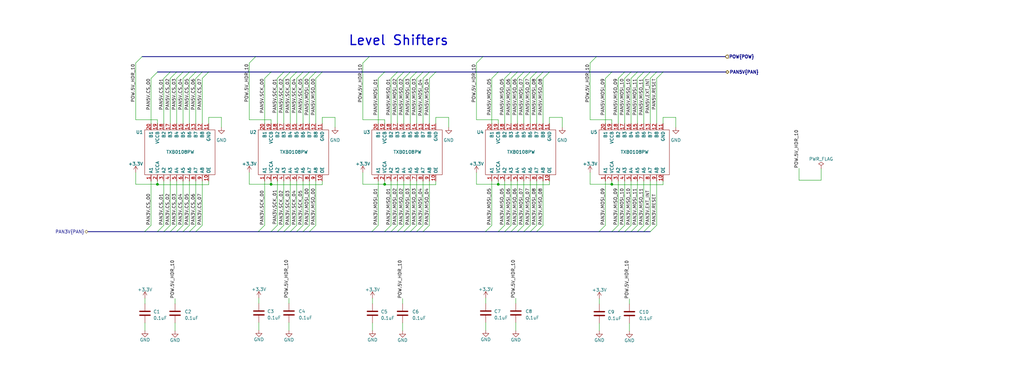
<source format=kicad_sch>
(kicad_sch (version 20250114) (generator "eeschema") (generator_version "9.0")
  (paper "User" 406.4 152.4)
  (title_block (title "12-12 NI G4.1 Arena Modular LED Display") (date "2024-10-08") (rev "v7.1") (company "IORodeo for Reiserlab @ Janelia"))
  (lib_symbols
    (symbol "Device:C" (pin_numbers (hide yes)) (pin_names (offset 0.254))
      (property "Reference" "C" (at 0.635 2.54 0))
      (property "Value" "C" (at 0.635 -2.54 0))
      (symbol "C_0_1"
        (polyline (pts (xy -2.032 0.762) (xy 2.032 0.762)) (stroke (width 0.508)))
        (polyline (pts (xy -2.032 -0.762) (xy 2.032 -0.762)) (stroke (width 0.508)))
      )
      (symbol "C_1_1"
        (pin passive line (at 0 3.81 270) (length 2.794) (name "~") (number "1"))
        (pin passive line (at 0 -3.81 90) (length 2.794) (name "~") (number "2"))
      )
    )
    (symbol "TXB0108:TXB0108PW"
      (property "Reference" "U" (at -6.35 15.24 0))
      (property "Value" "TXB0108PW" (at 0 -15.24 0))
      (symbol "TXB0108PW_0_1"
        (rectangle (start -8.89 13.97) (end 8.89 -13.97))
      )
      (symbol "TXB0108PW_1_1"
        (pin bidirectional line (at -11.43 11.43 0) (length 2.54) (name "A1") (number "1"))
        (pin power_in line (at -11.43 8.89 0) (length 2.54) (name "VCCA") (number "2"))
        (pin bidirectional line (at -11.43 6.35 0) (length 2.54) (name "A2") (number "3"))
        (pin bidirectional line (at -11.43 3.81 0) (length 2.54) (name "A3") (number "4"))
        (pin bidirectional line (at -11.43 1.27 0) (length 2.54) (name "A4") (number "5"))
        (pin bidirectional line (at -11.43 -1.27 0) (length 2.54) (name "A5") (number "6"))
        (pin bidirectional line (at -11.43 -3.81 0) (length 2.54) (name "A6") (number "7"))
        (pin bidirectional line (at -11.43 -6.35 0) (length 2.54) (name "A7") (number "8"))
        (pin bidirectional line (at -11.43 -8.89 0) (length 2.54) (name "A8") (number "9"))
        (pin input line (at -11.43 -11.43 0) (length 2.54) (name "OE") (number "10"))
        (pin bidirectional line (at 11.43 11.43 180) (length 2.54) (name "B1") (number "20"))
        (pin power_in line (at 11.43 8.89 180) (length 2.54) (name "VCCB") (number "19"))
        (pin bidirectional line (at 11.43 6.35 180) (length 2.54) (name "B2") (number "18"))
        (pin bidirectional line (at 11.43 3.81 180) (length 2.54) (name "B3") (number "17"))
        (pin bidirectional line (at 11.43 1.27 180) (length 2.54) (name "B4") (number "16"))
        (pin bidirectional line (at 11.43 -1.27 180) (length 2.54) (name "B5") (number "15"))
        (pin bidirectional line (at 11.43 -3.81 180) (length 2.54) (name "B6") (number "14"))
        (pin bidirectional line (at 11.43 -6.35 180) (length 2.54) (name "B7") (number "13"))
        (pin bidirectional line (at 11.43 -8.89 180) (length 2.54) (name "B8") (number "12"))
        (pin power_in line (at 11.43 -11.43 180) (length 2.54) (name "GND") (number "11"))
      )
    )
    (symbol "power:+3.3V" (power) (pin_names (offset 0))
      (property "Value" "+3.3V" (at 0 3.556 0))
      (symbol "+3.3V_0_1"
        (polyline (pts (xy -0.762 1.27) (xy 0 2.54)))
        (polyline (pts (xy 0 2.54) (xy 0.762 1.27)))
        (polyline (pts (xy 0 0) (xy 0 2.54)))
      )
      (symbol "+3.3V_1_1"
        (pin power_in line (at 0 0 90) (length 0) (hide yes) (name "+3.3V") (number "1"))
      )
    )
    (symbol "power:GND" (power) (pin_names (offset 0))
      (property "Value" "GND" (at 0 -3.81 0))
      (symbol "GND_0_1"
        (polyline (pts (xy 0 0) (xy 0 -1.27) (xy 1.27 -1.27) (xy 0 -2.54) (xy -1.27 -1.27) (xy 0 -1.27)))
      )
      (symbol "GND_1_1"
        (pin power_in line (at 0 0 270) (length 0) (hide yes) (name "GND") (number "1"))
      )
    )
    (symbol "power:PWR_FLAG" (power) (pin_numbers (hide yes)) (pin_names (offset 0) (hide yes))
      (property "Value" "PWR_FLAG" (at 0 3.81 0))
      (symbol "PWR_FLAG_0_0"
        (pin power_out line (at 0 0 90) (length 0) (name "pwr") (number "1"))
      )
      (symbol "PWR_FLAG_0_1"
        (polyline (pts (xy 0 0) (xy 0 1.27) (xy -1.016 1.905) (xy 0 2.54) (xy 1.016 1.905) (xy 0 1.27)))
      )
    )
  )
  (text "Level Shifters" (at 138.176 18.415 0) (effects (font (size 3.81 3.81) (thickness 0.508) (bold yes)) (justify left bottom)))
  (junction (at 107.569 73.152))
  (junction (at 62.484 73.152))
  (junction (at 152.654 73.152))
  (junction (at 197.739 73.152))
  (junction (at 242.824 73.152))
  (bus_entry (at 207.899 31.115) (size 2.54 -2.54))
  (bus_entry (at 195.199 31.115) (size 2.54 -2.54))
  (bus_entry (at 77.724 31.115) (size 2.54 -2.54))
  (bus_entry (at 105.029 31.115) (size 2.54 -2.54))
  (bus_entry (at 80.264 89.408) (size -2.54 2.54))
  (bus_entry (at 167.894 31.115) (size 2.54 -2.54))
  (bus_entry (at 67.564 89.408) (size -2.54 2.54))
  (bus_entry (at 252.984 89.408) (size -2.54 2.54))
  (bus_entry (at 160.274 31.115) (size 2.54 -2.54))
  (bus_entry (at 252.984 31.115) (size 2.54 -2.54))
  (bus_entry (at 70.104 31.115) (size 2.54 -2.54))
  (bus_entry (at 122.809 31.115) (size 2.54 -2.54))
  (bus_entry (at 53.848 25.019) (size 2.54 -2.54))
  (bus_entry (at 155.194 89.408) (size -2.54 2.54))
  (bus_entry (at 162.814 31.115) (size 2.54 -2.54))
  (bus_entry (at 165.354 89.408) (size -2.54 2.54))
  (bus_entry (at 215.519 31.115) (size 2.54 -2.54))
  (bus_entry (at 65.024 31.115) (size 2.54 -2.54))
  (bus_entry (at 72.644 89.408) (size -2.54 2.54))
  (bus_entry (at 245.364 31.115) (size 2.54 -2.54))
  (bus_entry (at 258.064 89.408) (size -2.54 2.54))
  (bus_entry (at 150.114 31.115) (size 2.54 -2.54))
  (bus_entry (at 205.359 31.115) (size 2.54 -2.54))
  (bus_entry (at 210.439 31.115) (size 2.54 -2.54))
  (bus_entry (at 215.519 89.408) (size -2.54 2.54))
  (bus_entry (at 200.279 89.408) (size -2.54 2.54))
  (bus_entry (at 255.524 31.115) (size 2.54 -2.54))
  (bus_entry (at 212.979 31.115) (size 2.54 -2.54))
  (bus_entry (at 150.114 89.408) (size -2.54 2.54))
  (bus_entry (at 202.819 31.115) (size 2.54 -2.54))
  (bus_entry (at 98.933 25.019) (size 2.54 -2.54))
  (bus_entry (at 120.269 31.115) (size 2.54 -2.54))
  (bus_entry (at 170.434 31.115) (size 2.54 -2.54))
  (bus_entry (at 260.604 31.115) (size 2.54 -2.54))
  (bus_entry (at 110.109 89.408) (size -2.54 2.54))
  (bus_entry (at 250.444 31.115) (size 2.54 -2.54))
  (bus_entry (at 205.359 89.408) (size -2.54 2.54))
  (bus_entry (at 260.604 89.408) (size -2.54 2.54))
  (bus_entry (at 202.819 89.408) (size -2.54 2.54))
  (bus_entry (at 165.354 31.115) (size 2.54 -2.54))
  (bus_entry (at 234.188 25.019) (size 2.54 -2.54))
  (bus_entry (at 125.349 31.115) (size 2.54 -2.54))
  (bus_entry (at 75.184 89.408) (size -2.54 2.54))
  (bus_entry (at 240.284 31.115) (size 2.54 -2.54))
  (bus_entry (at 59.944 89.408) (size -2.54 2.54))
  (bus_entry (at 250.444 89.408) (size -2.54 2.54))
  (bus_entry (at 200.279 31.115) (size 2.54 -2.54))
  (bus_entry (at 167.894 89.408) (size -2.54 2.54))
  (bus_entry (at 59.944 31.115) (size 2.54 -2.54))
  (bus_entry (at 117.729 31.115) (size 2.54 -2.54))
  (bus_entry (at 144.018 25.019) (size 2.54 -2.54))
  (bus_entry (at 212.979 89.408) (size -2.54 2.54))
  (bus_entry (at 105.029 89.408) (size -2.54 2.54))
  (bus_entry (at 70.104 89.408) (size -2.54 2.54))
  (bus_entry (at 75.184 31.115) (size 2.54 -2.54))
  (bus_entry (at 77.724 89.408) (size -2.54 2.54))
  (bus_entry (at 207.899 89.408) (size -2.54 2.54))
  (bus_entry (at 115.189 89.408) (size -2.54 2.54))
  (bus_entry (at 247.904 31.115) (size 2.54 -2.54))
  (bus_entry (at 245.364 89.408) (size -2.54 2.54))
  (bus_entry (at 80.264 31.115) (size 2.54 -2.54))
  (bus_entry (at 240.284 89.408) (size -2.54 2.54))
  (bus_entry (at 189.103 25.019) (size 2.54 -2.54))
  (bus_entry (at 112.649 89.408) (size -2.54 2.54))
  (bus_entry (at 67.564 31.115) (size 2.54 -2.54))
  (bus_entry (at 162.814 89.408) (size -2.54 2.54))
  (bus_entry (at 112.649 31.115) (size 2.54 -2.54))
  (bus_entry (at 255.524 89.408) (size -2.54 2.54))
  (bus_entry (at 72.644 31.115) (size 2.54 -2.54))
  (bus_entry (at 155.194 31.115) (size 2.54 -2.54))
  (bus_entry (at 258.064 31.115) (size 2.54 -2.54))
  (bus_entry (at 122.809 89.408) (size -2.54 2.54))
  (bus_entry (at 195.199 89.408) (size -2.54 2.54))
  (bus_entry (at 117.729 89.408) (size -2.54 2.54))
  (bus_entry (at 210.439 89.408) (size -2.54 2.54))
  (bus_entry (at 160.274 89.408) (size -2.54 2.54))
  (bus_entry (at 157.734 31.115) (size 2.54 -2.54))
  (bus_entry (at 125.349 89.408) (size -2.54 2.54))
  (bus_entry (at 157.734 89.408) (size -2.54 2.54))
  (bus_entry (at 115.189 31.115) (size 2.54 -2.54))
  (bus_entry (at 247.904 89.408) (size -2.54 2.54))
  (bus_entry (at 120.269 89.408) (size -2.54 2.54))
  (bus_entry (at 65.024 89.408) (size -2.54 2.54))
  (bus_entry (at 170.434 89.408) (size -2.54 2.54))
  (bus_entry (at 110.109 31.115) (size 2.54 -2.54))
  (bus (pts (xy 170.434 28.575) (xy 172.974 28.575)))
  (bus (pts (xy 218.059 28.575) (xy 242.824 28.575)))
  (bus (pts (xy 191.643 22.479) (xy 236.728 22.479)))
  (bus (pts (xy 157.734 28.575) (xy 160.274 28.575)))
  (bus (pts (xy 62.484 91.948) (xy 65.024 91.948)))
  (wire (pts (xy 200.279 71.882) (xy 200.279 89.408)))
  (bus (pts (xy 152.654 91.948) (xy 155.194 91.948)))
  (wire (pts (xy 110.109 71.882) (xy 110.109 89.408)))
  (wire (pts (xy 159.766 118.491) (xy 159.766 120.523)))
  (wire (pts (xy 240.284 71.882) (xy 240.284 89.408)))
  (wire (pts (xy 178.054 46.609) (xy 178.054 50.546)))
  (wire (pts (xy 67.564 31.115) (xy 67.564 49.022)))
  (wire (pts (xy 112.649 31.115) (xy 112.649 49.022)))
  (bus (pts (xy 212.979 91.948) (xy 237.744 91.948)))
  (bus (pts (xy 167.894 91.948) (xy 192.659 91.948)))
  (wire (pts (xy 152.654 73.152) (xy 144.018 73.152)))
  (wire (pts (xy 114.681 128.016) (xy 114.681 131.191)))
  (bus (pts (xy 260.604 28.575) (xy 263.144 28.575)))
  (bus (pts (xy 122.809 91.948) (xy 147.574 91.948)))
  (wire (pts (xy 242.824 73.152) (xy 242.824 73.279)))
  (wire (pts (xy 107.569 73.279) (xy 127.889 73.279)))
  (bus (pts (xy 237.744 91.948) (xy 242.824 91.948)))
  (bus (pts (xy 255.524 28.575) (xy 258.064 28.575)))
  (wire (pts (xy 234.188 25.019) (xy 234.188 47.498)))
  (wire (pts (xy 325.882 66.929) (xy 325.882 71.501)))
  (wire (pts (xy 114.681 118.364) (xy 114.681 120.396)))
  (wire (pts (xy 255.524 31.115) (xy 255.524 49.022)))
  (wire (pts (xy 127.889 46.609) (xy 132.969 46.609)))
  (wire (pts (xy 122.809 31.115) (xy 122.809 49.022)))
  (wire (pts (xy 125.349 31.115) (xy 125.349 49.022)))
  (wire (pts (xy 75.184 71.882) (xy 75.184 89.408)))
  (wire (pts (xy 65.024 71.882) (xy 65.024 89.408)))
  (wire (pts (xy 80.264 71.882) (xy 80.264 89.408)))
  (wire (pts (xy 197.739 73.152) (xy 197.739 73.279)))
  (wire (pts (xy 197.739 47.498) (xy 189.103 47.498)))
  (bus (pts (xy 242.824 91.948) (xy 245.364 91.948)))
  (bus (pts (xy 146.558 22.479) (xy 191.643 22.479)))
  (wire (pts (xy 53.848 25.019) (xy 53.848 47.498)))
  (wire (pts (xy 249.809 128.27) (xy 249.809 131.445)))
  (wire (pts (xy 205.359 31.115) (xy 205.359 49.022)))
  (wire (pts (xy 150.114 31.115) (xy 150.114 49.022)))
  (wire (pts (xy 215.519 71.882) (xy 215.519 89.408)))
  (bus (pts (xy 210.439 91.948) (xy 212.979 91.948)))
  (bus (pts (xy 215.519 28.575) (xy 218.059 28.575)))
  (bus (pts (xy 172.974 28.575) (xy 197.739 28.575)))
  (wire (pts (xy 77.724 31.115) (xy 77.724 49.022)))
  (bus (pts (xy 107.569 28.575) (xy 112.649 28.575)))
  (wire (pts (xy 167.894 31.115) (xy 167.894 49.022)))
  (wire (pts (xy 247.904 31.115) (xy 247.904 49.022)))
  (bus (pts (xy 207.899 91.948) (xy 210.439 91.948)))
  (wire (pts (xy 53.848 68.453) (xy 53.848 73.152)))
  (wire (pts (xy 189.103 25.019) (xy 189.103 47.498)))
  (wire (pts (xy 160.274 31.115) (xy 160.274 49.022)))
  (wire (pts (xy 218.059 71.882) (xy 218.059 73.279)))
  (wire (pts (xy 170.434 31.115) (xy 170.434 49.022)))
  (wire (pts (xy 249.809 118.618) (xy 249.809 120.65)))
  (bus (pts (xy 117.729 91.948) (xy 120.269 91.948)))
  (wire (pts (xy 82.804 49.022) (xy 82.804 46.609)))
  (wire (pts (xy 112.649 71.882) (xy 112.649 89.408)))
  (wire (pts (xy 115.189 31.115) (xy 115.189 49.022)))
  (wire (pts (xy 210.439 71.882) (xy 210.439 89.408)))
  (bus (pts (xy 200.279 91.948) (xy 202.819 91.948)))
  (bus (pts (xy 77.724 28.575) (xy 80.264 28.575)))
  (wire (pts (xy 72.644 31.115) (xy 72.644 49.022)))
  (bus (pts (xy 252.984 28.575) (xy 255.524 28.575)))
  (wire (pts (xy 167.894 71.882) (xy 167.894 89.408)))
  (wire (pts (xy 189.103 68.453) (xy 189.103 73.152)))
  (wire (pts (xy 70.104 31.115) (xy 70.104 49.022)))
  (wire (pts (xy 62.484 47.498) (xy 53.848 47.498)))
  (wire (pts (xy 160.274 71.882) (xy 160.274 89.408)))
  (bus (pts (xy 210.439 28.575) (xy 212.979 28.575)))
  (bus (pts (xy 247.904 28.575) (xy 250.444 28.575)))
  (bus (pts (xy 205.359 28.575) (xy 207.899 28.575)))
  (bus (pts (xy 250.444 91.948) (xy 252.984 91.948)))
  (wire (pts (xy 263.144 46.609) (xy 268.224 46.609)))
  (bus (pts (xy 102.489 91.948) (xy 107.569 91.948)))
  (bus (pts (xy 162.814 28.575) (xy 165.354 28.575)))
  (wire (pts (xy 260.604 71.882) (xy 260.604 89.408)))
  (wire (pts (xy 117.729 31.115) (xy 117.729 49.022)))
  (bus (pts (xy 160.274 28.575) (xy 162.814 28.575)))
  (bus (pts (xy 207.899 28.575) (xy 210.439 28.575)))
  (wire (pts (xy 98.933 68.453) (xy 98.933 73.152)))
  (wire (pts (xy 247.904 71.882) (xy 247.904 89.408)))
  (wire (pts (xy 242.824 73.152) (xy 234.188 73.152)))
  (wire (pts (xy 107.569 73.152) (xy 107.569 73.279)))
  (bus (pts (xy 82.804 28.575) (xy 107.569 28.575)))
  (bus (pts (xy 155.194 91.948) (xy 157.734 91.948)))
  (bus (pts (xy 67.564 91.948) (xy 70.104 91.948)))
  (wire (pts (xy 107.569 47.498) (xy 98.933 47.498)))
  (wire (pts (xy 197.739 73.279) (xy 218.059 73.279)))
  (wire (pts (xy 200.279 31.115) (xy 200.279 49.022)))
  (wire (pts (xy 210.439 31.115) (xy 210.439 49.022)))
  (wire (pts (xy 152.654 71.882) (xy 152.654 73.152)))
  (wire (pts (xy 205.359 71.882) (xy 205.359 89.408)))
  (wire (pts (xy 72.644 71.882) (xy 72.644 89.408)))
  (wire (pts (xy 252.984 71.882) (xy 252.984 89.408)))
  (wire (pts (xy 147.828 118.364) (xy 147.828 120.523)))
  (bus (pts (xy 167.894 28.575) (xy 170.434 28.575)))
  (bus (pts (xy 192.659 91.948) (xy 197.739 91.948)))
  (bus (pts (xy 250.444 28.575) (xy 252.984 28.575)))
  (bus (pts (xy 62.484 28.575) (xy 67.564 28.575)))
  (bus (pts (xy 202.819 28.575) (xy 205.359 28.575)))
  (wire (pts (xy 245.364 71.882) (xy 245.364 89.408)))
  (bus (pts (xy 122.809 28.575) (xy 125.349 28.575)))
  (wire (pts (xy 107.569 49.022) (xy 107.569 47.498)))
  (wire (pts (xy 152.654 47.498) (xy 144.018 47.498)))
  (bus (pts (xy 263.144 28.575) (xy 288.036 28.575)))
  (bus (pts (xy 197.739 91.948) (xy 200.279 91.948)))
  (wire (pts (xy 132.969 46.609) (xy 132.969 50.546)))
  (wire (pts (xy 223.139 46.609) (xy 223.139 50.546)))
  (bus (pts (xy 247.904 91.948) (xy 250.444 91.948)))
  (bus (pts (xy 157.734 91.948) (xy 160.274 91.948)))
  (wire (pts (xy 165.354 71.882) (xy 165.354 89.408)))
  (wire (pts (xy 172.974 71.882) (xy 172.974 73.279)))
  (bus (pts (xy 34.925 91.948) (xy 57.404 91.948)))
  (wire (pts (xy 258.064 31.115) (xy 258.064 49.022)))
  (wire (pts (xy 195.199 31.115) (xy 195.199 49.022)))
  (wire (pts (xy 65.024 31.115) (xy 65.024 49.022)))
  (wire (pts (xy 75.184 31.115) (xy 75.184 49.022)))
  (bus (pts (xy 202.819 91.948) (xy 205.359 91.948)))
  (bus (pts (xy 197.739 28.575) (xy 202.819 28.575)))
  (wire (pts (xy 62.484 71.882) (xy 62.484 73.152)))
  (wire (pts (xy 242.824 47.498) (xy 234.188 47.498)))
  (bus (pts (xy 205.359 91.948) (xy 207.899 91.948)))
  (wire (pts (xy 115.189 71.882) (xy 115.189 89.408)))
  (wire (pts (xy 237.871 118.491) (xy 237.871 120.65)))
  (wire (pts (xy 263.144 71.882) (xy 263.144 73.279)))
  (wire (pts (xy 69.469 118.491) (xy 69.469 120.523)))
  (bus (pts (xy 72.644 91.948) (xy 75.184 91.948)))
  (wire (pts (xy 157.734 31.115) (xy 157.734 49.022)))
  (wire (pts (xy 107.569 71.882) (xy 107.569 73.152)))
  (bus (pts (xy 117.729 28.575) (xy 120.269 28.575)))
  (wire (pts (xy 102.743 128.016) (xy 102.743 131.064)))
  (wire (pts (xy 172.974 46.609) (xy 178.054 46.609)))
  (wire (pts (xy 105.029 31.115) (xy 105.029 49.022)))
  (wire (pts (xy 255.524 71.882) (xy 255.524 89.408)))
  (wire (pts (xy 155.194 31.115) (xy 155.194 49.022)))
  (wire (pts (xy 82.804 71.882) (xy 82.804 73.279)))
  (wire (pts (xy 197.739 71.882) (xy 197.739 73.152)))
  (bus (pts (xy 75.184 28.575) (xy 77.724 28.575)))
  (bus (pts (xy 252.984 91.948) (xy 255.524 91.948)))
  (bus (pts (xy 115.189 28.575) (xy 117.729 28.575)))
  (wire (pts (xy 62.484 49.022) (xy 62.484 47.498)))
  (wire (pts (xy 192.786 118.237) (xy 192.786 120.396)))
  (bus (pts (xy 112.649 28.575) (xy 115.189 28.575)))
  (wire (pts (xy 62.484 73.152) (xy 62.484 73.279)))
  (wire (pts (xy 120.269 71.882) (xy 120.269 89.408)))
  (wire (pts (xy 207.899 31.115) (xy 207.899 49.022)))
  (wire (pts (xy 67.564 71.882) (xy 67.564 89.408)))
  (wire (pts (xy 268.224 46.609) (xy 268.224 50.546)))
  (wire (pts (xy 87.884 46.609) (xy 87.884 50.546)))
  (wire (pts (xy 125.349 71.882) (xy 125.349 89.408)))
  (bus (pts (xy 242.824 28.575) (xy 247.904 28.575)))
  (wire (pts (xy 80.264 31.115) (xy 80.264 49.022)))
  (wire (pts (xy 202.819 31.115) (xy 202.819 49.022)))
  (bus (pts (xy 65.024 91.948) (xy 67.564 91.948)))
  (wire (pts (xy 62.484 73.279) (xy 82.804 73.279)))
  (wire (pts (xy 150.114 71.882) (xy 150.114 89.408)))
  (bus (pts (xy 80.264 28.575) (xy 82.804 28.575)))
  (wire (pts (xy 152.654 49.022) (xy 152.654 47.498)))
  (wire (pts (xy 204.724 128.016) (xy 204.724 131.191)))
  (wire (pts (xy 263.144 49.022) (xy 263.144 46.609)))
  (wire (pts (xy 147.828 128.143) (xy 147.828 131.191)))
  (wire (pts (xy 204.724 118.364) (xy 204.724 120.396)))
  (wire (pts (xy 69.469 128.143) (xy 69.469 131.318)))
  (bus (pts (xy 120.269 28.575) (xy 122.809 28.575)))
  (wire (pts (xy 207.899 71.882) (xy 207.899 89.408)))
  (wire (pts (xy 242.824 71.882) (xy 242.824 73.152)))
  (bus (pts (xy 212.979 28.575) (xy 215.519 28.575)))
  (wire (pts (xy 117.729 71.882) (xy 117.729 89.408)))
  (wire (pts (xy 325.882 71.501) (xy 317.119 71.501)))
  (bus (pts (xy 236.728 22.479) (xy 287.782 22.479)))
  (wire (pts (xy 102.743 118.237) (xy 102.743 120.396)))
  (wire (pts (xy 252.984 31.115) (xy 252.984 49.022)))
  (wire (pts (xy 197.739 49.022) (xy 197.739 47.498)))
  (bus (pts (xy 120.269 91.948) (xy 122.809 91.948)))
  (wire (pts (xy 192.786 128.016) (xy 192.786 131.064)))
  (bus (pts (xy 67.564 28.575) (xy 70.104 28.575)))
  (wire (pts (xy 212.979 71.882) (xy 212.979 89.408)))
  (wire (pts (xy 62.484 73.152) (xy 53.848 73.152)))
  (wire (pts (xy 162.814 31.115) (xy 162.814 49.022)))
  (wire (pts (xy 234.188 68.453) (xy 234.188 73.152)))
  (bus (pts (xy 107.569 91.948) (xy 110.109 91.948)))
  (wire (pts (xy 172.974 49.022) (xy 172.974 46.609)))
  (wire (pts (xy 195.199 71.882) (xy 195.199 89.408)))
  (bus (pts (xy 165.354 28.575) (xy 167.894 28.575)))
  (wire (pts (xy 144.018 25.019) (xy 144.018 47.498)))
  (bus (pts (xy 72.644 28.575) (xy 75.184 28.575)))
  (wire (pts (xy 218.059 46.609) (xy 223.139 46.609)))
  (bus (pts (xy 110.109 91.948) (xy 112.649 91.948)))
  (wire (pts (xy 77.724 71.882) (xy 77.724 89.408)))
  (wire (pts (xy 197.739 73.152) (xy 189.103 73.152)))
  (wire (pts (xy 212.979 31.115) (xy 212.979 49.022)))
  (wire (pts (xy 317.119 66.802) (xy 317.119 71.501)))
  (wire (pts (xy 98.933 25.019) (xy 98.933 47.498)))
  (bus (pts (xy 70.104 91.948) (xy 72.644 91.948)))
  (wire (pts (xy 245.364 31.115) (xy 245.364 49.022)))
  (wire (pts (xy 170.434 71.882) (xy 170.434 89.408)))
  (wire (pts (xy 250.444 71.882) (xy 250.444 89.408)))
  (wire (pts (xy 110.109 31.115) (xy 110.109 49.022)))
  (bus (pts (xy 245.364 91.948) (xy 247.904 91.948)))
  (wire (pts (xy 152.654 73.279) (xy 172.974 73.279)))
  (wire (pts (xy 250.444 31.115) (xy 250.444 49.022)))
  (wire (pts (xy 127.889 49.022) (xy 127.889 46.609)))
  (bus (pts (xy 75.184 91.948) (xy 77.724 91.948)))
  (wire (pts (xy 107.569 73.152) (xy 98.933 73.152)))
  (wire (pts (xy 258.064 71.882) (xy 258.064 89.408)))
  (wire (pts (xy 155.194 71.882) (xy 155.194 89.408)))
  (wire (pts (xy 57.531 118.364) (xy 57.531 120.523)))
  (bus (pts (xy 127.889 28.575) (xy 152.654 28.575)))
  (bus (pts (xy 57.404 91.948) (xy 62.484 91.948)))
  (wire (pts (xy 122.809 71.882) (xy 122.809 89.408)))
  (bus (pts (xy 152.654 28.575) (xy 157.734 28.575)))
  (wire (pts (xy 159.766 128.143) (xy 159.766 131.318)))
  (bus (pts (xy 115.189 91.948) (xy 117.729 91.948)))
  (wire (pts (xy 260.604 31.115) (xy 260.604 49.022)))
  (wire (pts (xy 202.819 71.882) (xy 202.819 89.408)))
  (wire (pts (xy 242.824 49.022) (xy 242.824 47.498)))
  (wire (pts (xy 59.944 71.882) (xy 59.944 89.408)))
  (wire (pts (xy 162.814 71.882) (xy 162.814 89.408)))
  (wire (pts (xy 57.531 128.143) (xy 57.531 131.191)))
  (bus (pts (xy 165.354 91.948) (xy 167.894 91.948)))
  (wire (pts (xy 218.059 49.022) (xy 218.059 46.609)))
  (wire (pts (xy 215.519 31.115) (xy 215.519 49.022)))
  (wire (pts (xy 70.104 71.882) (xy 70.104 89.408)))
  (wire (pts (xy 242.824 73.279) (xy 263.144 73.279)))
  (wire (pts (xy 152.654 73.152) (xy 152.654 73.279)))
  (wire (pts (xy 127.889 71.882) (xy 127.889 73.279)))
  (bus (pts (xy 258.064 28.575) (xy 260.604 28.575)))
  (bus (pts (xy 162.814 91.948) (xy 165.354 91.948)))
  (wire (pts (xy 144.018 68.453) (xy 144.018 73.152)))
  (wire (pts (xy 105.029 71.882) (xy 105.029 89.408)))
  (bus (pts (xy 56.388 22.479) (xy 101.473 22.479)))
  (wire (pts (xy 120.269 31.115) (xy 120.269 49.022)))
  (wire (pts (xy 157.734 71.882) (xy 157.734 89.408)))
  (bus (pts (xy 255.524 91.948) (xy 258.064 91.948)))
  (wire (pts (xy 82.804 46.609) (xy 87.884 46.609)))
  (bus (pts (xy 70.104 28.575) (xy 72.644 28.575)))
  (bus (pts (xy 77.724 91.948) (xy 102.489 91.948)))
  (bus (pts (xy 125.349 28.575) (xy 127.889 28.575)))
  (wire (pts (xy 165.354 31.115) (xy 165.354 49.022)))
  (wire (pts (xy 59.944 31.115) (xy 59.944 49.022)))
  (bus (pts (xy 147.574 91.948) (xy 152.654 91.948)))
  (wire (pts (xy 240.284 31.115) (xy 240.284 49.022)))
  (bus (pts (xy 160.274 91.948) (xy 162.814 91.948)))
  (bus (pts (xy 101.473 22.479) (xy 146.558 22.479)))
  (wire (pts (xy 237.871 128.27) (xy 237.871 131.318)))
  (bus (pts (xy 112.649 91.948) (xy 115.189 91.948)))
  (label "PAN3V.CS_06" (at 77.724 89.408 90))
  (label "POW.5V_HDR_10" (at 159.766 118.491 90))
  (label "PAN3V.CS_05" (at 75.184 89.408 90))
  (label "PAN5V.SCK_05" (at 120.269 31.115 270))
  (label "PAN5V.CS_04" (at 72.644 31.115 270))
  (label "PAN5V.MOSI_05" (at 195.199 31.115 270))
  (label "PAN3V.MOSI_04" (at 167.894 89.408 90))
  (label "PAN5V.SCK_04" (at 117.729 31.115 270))
  (label "PAN5V.MOSI_07" (at 207.899 31.115 270))
  (label "PAN3V.SCK_04" (at 117.729 89.408 90))
  (label "PAN3V.MISO_08" (at 215.519 89.408 90))
  (label "POW.5V_HDR_10" (at 144.018 25.4 270))
  (label "PAN3V.SCK_01" (at 110.109 89.154 90))
  (label "PAN3V.MOSI_11" (at 252.984 89.408 90))
  (label "PAN3V.CS_00" (at 59.944 89.408 90))
  (label "PAN5V.MISO_04" (at 170.434 31.115 270))
  (label "PAN5V.MOSI_11" (at 252.984 31.115 270))
  (label "PAN3V.CS_07" (at 80.264 89.408 90))
  (label "PAN5V.CS_07" (at 80.264 31.115 270))
  (label "PAN3V.MOSI_03" (at 162.814 89.408 90))
  (label "PAN3V.MISO_06" (at 205.359 89.408 90))
  (label "PAN3V.CS_01" (at 65.024 89.408 90))
  (label "PAN5V.CS_02" (at 67.564 31.115 270))
  (label "PAN5V.MISO_07" (at 210.439 31.115 270))
  (label "PAN5V.MOSI_04" (at 167.894 31.369 270))
  (label "POW.5V_HDR_10" (at 114.681 118.364 90))
  (label "PAN3V.MISO_03" (at 165.354 89.408 90))
  (label "PAN3V.MOSI_10" (at 247.904 89.408 90))
  (label "PAN3V.MOSI_09" (at 240.284 89.408 90))
  (label "PAN5V.MISO_08" (at 215.519 31.115 270))
  (label "PAN5V.RESET" (at 260.604 31.115 270))
  (label "POW.5V_HDR_10" (at 249.809 118.618 90))
  (label "PAN3V.CS_04" (at 72.644 89.408 90))
  (label "PAN5V.SCK_00" (at 105.029 31.115 270))
  (label "PAN5V.MISO_06" (at 205.359 31.115 270))
  (label "POW.5V_HDR_10" (at 204.724 118.364 90))
  (label "PAN5V.MOSI_06" (at 202.819 31.115 270))
  (label "PAN5V.MOSI_10" (at 247.904 31.115 270))
  (label "PAN5V.EXT_INT" (at 258.064 31.115 270))
  (label "PAN3V.SCK_02" (at 112.649 89.408 90))
  (label "PAN3V.CS_02" (at 67.564 89.408 90))
  (label "PAN5V.MOSI_01" (at 150.114 31.115 270))
  (label "PAN3V.MOSI_05" (at 195.199 89.408 90))
  (label "PAN3V.MISO_04" (at 170.434 89.408 90))
  (label "PAN5V.SCK_02" (at 112.649 31.115 270))
  (label "PAN3V.MISO_02" (at 160.274 89.408 90))
  (label "POW.5V_HDR_10" (at 189.103 25.4 270))
  (label "PAN3V.MOSI_06" (at 202.819 89.408 90))
  (label "PAN3V.MOSI_08" (at 212.979 89.408 90))
  (label "PAN5V.MISO_00" (at 125.349 31.115 270))
  (label "PAN3V.MOSI_02" (at 157.734 89.408 90))
  (label "PAN5V.CS_03" (at 70.104 31.115 270))
  (label "PAN3V.MISO_00" (at 125.349 89.408 90))
  (label "PAN5V.MISO_11" (at 255.524 31.115 270))
  (label "PAN5V.MOSI_09" (at 240.284 31.115 270))
  (label "PAN5V.MOSI_08" (at 212.979 31.115 270))
  (label "PAN3V.EXT_INT" (at 258.064 89.408 90))
  (label "POW.5V_HDR_10" (at 317.119 66.802 90))
  (label "PAN3V.MISO_01" (at 155.194 89.408 90))
  (label "PAN3V.MISO_10" (at 250.444 89.408 90))
  (label "PAN5V.CS_06" (at 77.724 31.115 270))
  (label "PAN5V.MISO_01" (at 155.194 31.115 270))
  (label "PAN5V.CS_01" (at 65.024 31.115 270))
  (label "PAN5V.MISO_09" (at 245.364 31.115 270))
  (label "POW.5V_HDR_10" (at 69.469 118.491 90))
  (label "PAN3V.MISO_05" (at 200.279 89.408 90))
  (label "PAN5V.MISO_10" (at 250.444 31.115 270))
  (label "PAN3V.MISO_07" (at 210.439 89.408 90))
  (label "PAN3V.MISO_11" (at 255.524 89.408 90))
  (label "POW.5V_HDR_10" (at 53.848 25.273 270))
  (label "PAN3V.MOSI_01" (at 150.114 89.408 90))
  (label "PAN3V.SCK_05" (at 120.269 89.408 90))
  (label "POW.5V_HDR_10" (at 98.933 25.273 270))
  (label "PAN5V.MISO_05" (at 200.279 31.115 270))
  (label "PAN3V.SCK_03" (at 115.189 89.408 90))
  (label "PAN5V.SCK_01" (at 110.109 31.115 270))
  (label "PAN5V.MOSI_02" (at 157.734 31.115 270))
  (label "PAN5V.MOSI_03" (at 162.814 31.115 270))
  (label "PAN5V.MISO_03" (at 165.354 31.115 270))
  (label "PAN3V.MOSI_07" (at 207.899 89.408 90))
  (label "PAN3V.MOSI_00" (at 122.809 89.408 90))
  (label "PAN5V.CS_05" (at 75.184 31.115 270))
  (label "PAN3V.RESET" (at 260.604 89.408 90))
  (label "PAN3V.SCK_00" (at 105.029 89.408 90))
  (label "PAN5V.SCK_03" (at 115.189 31.115 270))
  (label "POW.5V_HDR_10" (at 234.188 25.4 270))
  (label "PAN5V.MISO_02" (at 160.274 31.115 270))
  (label "PAN3V.MISO_09" (at 245.364 89.408 90))
  (label "PAN5V.CS_00" (at 59.944 31.115 270))
  (label "PAN5V.MOSI_00" (at 122.809 31.115 270))
  (label "PAN3V.CS_03" (at 70.104 89.408 90))
  (hierarchical_label "PAN3V{PAN}" (shape bidirectional) (at 34.925 91.948 180))
  (hierarchical_label "PAN5V{PAN}" (shape bidirectional) (at 288.036 28.575 0) (effects (font (thickness 0.254) (bold yes))))
  (hierarchical_label "POW{POW}" (shape input) (at 287.782 22.479 0) (effects (font (bold yes))))
  (symbol (lib_id "power:GND") (at 204.724 131.191 0) (unit 1)
    (property "Reference" "#PWR060" (effects (hide yes)))
    (property "Value" "GND" (at 204.724 134.874 0))
  )
  (symbol (lib_id "Device:C") (at 192.786 124.206 0) (unit 1)
    (property "Reference" "C7" (at 196.088 123.571 0) (effects (justify left)))
    (property "Value" "0.1uF" (at 196.088 126.111 0) (effects (justify left)))
    (property "Footprint" "Capacitor_SMD:C_0603_1608Metric" (effects (hide yes)))
    (property "Datasheet" "https://datasheet.octopart.com/CL10B104KB8NNNC-Samsung-datasheet-165517828.pdf" (effects (hide yes)))
    (property "DigiKey PN" "1276-1000-2-ND" (effects (hide yes)))
    (property "LCSC PN" "C1591" (effects (hide yes)))
    (property "PN" "CL10B104KB8NNNC" (effects (hide yes)))
  )
  (symbol (lib_id "power:+3.3V") (at 237.871 118.491 0) (unit 1)
    (property "Reference" "#PWR069" (effects (hide yes)))
    (property "Value" "+3.3V" (at 237.871 115.062 0))
  )
  (symbol (lib_id "power:PWR_FLAG") (at 325.882 66.929 0) (unit 1)
    (property "Reference" "#FLG02" (effects (hide yes)))
    (property "Value" "PWR_FLAG" (at 325.882 63.119 0))
  )
  (symbol (lib_id "power:+3.3V") (at 147.828 118.364 0) (unit 1)
    (property "Reference" "#PWR035" (effects (hide yes)))
    (property "Value" "+3.3V" (at 147.828 114.935 0))
  )
  (symbol (lib_id "power:GND") (at 69.469 131.318 0) (unit 1)
    (property "Reference" "#PWR017" (effects (hide yes)))
    (property "Value" "GND" (at 69.469 135.001 0))
  )
  (symbol (lib_id "TXB0108:TXB0108PW") (at 71.374 60.452 90) (unit 1)
    (property "Reference" "U1" (at 53.975 52.451 90) (effects (justify right)))
    (property "Value" "TXB0108PW" (at 65.913 60.325 90) (effects (justify right)))
    (property "Footprint" "Package_SO:TSSOP-20_4.4x6.5mm_P0.65mm" (effects (hide yes)))
    (property "Datasheet" "https://www.ti.com/lit/gpn/txb0108" (effects (hide yes)))
    (property "DigiKey PN" "296-21527-2-ND" (effects (hide yes)))
    (property "LCSC PN" "C53406" (effects (hide yes)))
    (property "PN" "TXB0108PWR" (effects (hide yes)))
  )
  (symbol (lib_id "power:+3.3V") (at 234.188 68.453 0) (unit 1)
    (property "Reference" "#PWR068" (effects (hide yes)))
    (property "Value" "+3.3V" (at 234.188 65.024 0))
  )
  (symbol (lib_id "Device:C") (at 69.469 124.333 0) (unit 1)
    (property "Reference" "C2" (at 73.279 123.698 0) (effects (justify left)))
    (property "Value" "0.1uF" (at 73.279 126.238 0) (effects (justify left)))
    (property "Footprint" "Capacitor_SMD:C_0603_1608Metric" (effects (hide yes)))
    (property "Datasheet" "https://datasheet.octopart.com/CL10B104KB8NNNC-Samsung-datasheet-165517828.pdf" (effects (hide yes)))
    (property "DigiKey PN" "1276-1000-2-ND" (effects (hide yes)))
    (property "LCSC PN" "C1591" (effects (hide yes)))
    (property "PN" "CL10B104KB8NNNC" (effects (hide yes)))
  )
  (symbol (lib_id "Device:C") (at 249.809 124.46 0) (unit 1)
    (property "Reference" "C10" (at 253.619 123.825 0) (effects (justify left)))
    (property "Value" "0.1uF" (at 253.619 126.365 0) (effects (justify left)))
    (property "Footprint" "Capacitor_SMD:C_0603_1608Metric" (effects (hide yes)))
    (property "Datasheet" "https://datasheet.octopart.com/CL10B104KB8NNNC-Samsung-datasheet-165517828.pdf" (effects (hide yes)))
    (property "DigiKey PN" "1276-1000-2-ND" (effects (hide yes)))
    (property "LCSC PN" "C1591" (effects (hide yes)))
    (property "PN" "CL10B104KB8NNNC" (effects (hide yes)))
  )
  (symbol (lib_id "Device:C") (at 57.531 124.333 0) (unit 1)
    (property "Reference" "C1" (at 60.833 123.698 0) (effects (justify left)))
    (property "Value" "0.1uF" (at 60.833 126.238 0) (effects (justify left)))
    (property "Footprint" "Capacitor_SMD:C_0603_1608Metric" (effects (hide yes)))
    (property "Datasheet" "https://datasheet.octopart.com/CL10B104KB8NNNC-Samsung-datasheet-165517828.pdf" (effects (hide yes)))
    (property "DigiKey PN" "1276-1000-2-ND" (effects (hide yes)))
    (property "LCSC PN" "C1591" (effects (hide yes)))
    (property "PN" "CL10B104KB8NNNC" (effects (hide yes)))
  )
  (symbol (lib_id "power:GND") (at 192.786 131.064 0) (unit 1)
    (property "Reference" "#PWR043" (effects (hide yes)))
    (property "Value" "GND" (at 192.786 134.747 0))
  )
  (symbol (lib_id "power:GND") (at 268.224 50.546 0) (unit 1)
    (property "Reference" "#PWR067" (effects (hide yes)))
    (property "Value" "GND" (at 268.224 55.626 0))
  )
  (symbol (lib_id "TXB0108:TXB0108PW") (at 251.714 60.452 90) (unit 1)
    (property "Reference" "U5" (at 234.315 52.451 90) (effects (justify right)))
    (property "Value" "TXB0108PW" (at 246.253 60.325 90) (effects (justify right)))
    (property "Footprint" "Package_SO:TSSOP-20_4.4x6.5mm_P0.65mm" (effects (hide yes)))
    (property "Datasheet" "https://www.ti.com/lit/gpn/txb0108" (effects (hide yes)))
    (property "DigiKey PN" "296-21527-2-ND" (effects (hide yes)))
    (property "LCSC PN" "C53406" (effects (hide yes)))
    (property "PN" "TXB0108PWR" (effects (hide yes)))
  )
  (symbol (lib_id "Device:C") (at 147.828 124.333 0) (unit 1)
    (property "Reference" "C5" (at 151.13 123.698 0) (effects (justify left)))
    (property "Value" "0.1uF" (at 151.13 126.238 0) (effects (justify left)))
    (property "Footprint" "Capacitor_SMD:C_0603_1608Metric" (effects (hide yes)))
    (property "Datasheet" "https://datasheet.octopart.com/CL10B104KB8NNNC-Samsung-datasheet-165517828.pdf" (effects (hide yes)))
    (property "DigiKey PN" "1276-1000-2-ND" (effects (hide yes)))
    (property "LCSC PN" "C1591" (effects (hide yes)))
    (property "PN" "CL10B104KB8NNNC" (effects (hide yes)))
  )
  (symbol (lib_id "power:+3.3V") (at 102.743 118.237 0) (unit 1)
    (property "Reference" "#PWR028" (effects (hide yes)))
    (property "Value" "+3.3V" (at 102.743 114.808 0))
  )
  (symbol (lib_id "power:+3.3V") (at 192.786 118.237 0) (unit 1)
    (property "Reference" "#PWR041" (effects (hide yes)))
    (property "Value" "+3.3V" (at 192.786 114.808 0))
  )
  (symbol (lib_id "power:+3.3V") (at 144.018 68.453 0) (unit 1)
    (property "Reference" "#PWR064" (effects (hide yes)))
    (property "Value" "+3.3V" (at 144.018 65.024 0))
  )
  (symbol (lib_id "Device:C") (at 102.743 124.206 0) (unit 1)
    (property "Reference" "C3" (at 106.045 123.571 0) (effects (justify left)))
    (property "Value" "0.1uF" (at 106.045 126.111 0) (effects (justify left)))
    (property "Footprint" "Capacitor_SMD:C_0603_1608Metric" (effects (hide yes)))
    (property "Datasheet" "https://datasheet.octopart.com/CL10B104KB8NNNC-Samsung-datasheet-165517828.pdf" (effects (hide yes)))
    (property "DigiKey PN" "1276-1000-2-ND" (effects (hide yes)))
    (property "LCSC PN" "C1591" (effects (hide yes)))
    (property "PN" "CL10B104KB8NNNC" (effects (hide yes)))
  )
  (symbol (lib_id "power:GND") (at 159.766 131.318 0) (unit 1)
    (property "Reference" "#PWR040" (effects (hide yes)))
    (property "Value" "GND" (at 159.766 135.001 0))
  )
  (symbol (lib_id "Device:C") (at 204.724 124.206 0) (unit 1)
    (property "Reference" "C8" (at 208.534 123.571 0) (effects (justify left)))
    (property "Value" "0.1uF" (at 208.534 126.111 0) (effects (justify left)))
    (property "Footprint" "Capacitor_SMD:C_0603_1608Metric" (effects (hide yes)))
    (property "Datasheet" "https://datasheet.octopart.com/CL10B104KB8NNNC-Samsung-datasheet-165517828.pdf" (effects (hide yes)))
    (property "DigiKey PN" "1276-1000-2-ND" (effects (hide yes)))
    (property "LCSC PN" "C1591" (effects (hide yes)))
    (property "PN" "CL10B104KB8NNNC" (effects (hide yes)))
  )
  (symbol (lib_id "power:GND") (at 223.139 50.546 0) (unit 1)
    (property "Reference" "#PWR039" (effects (hide yes)))
    (property "Value" "GND" (at 223.139 55.626 0))
  )
  (symbol (lib_id "power:GND") (at 132.969 50.546 0) (unit 1)
    (property "Reference" "#PWR025" (effects (hide yes)))
    (property "Value" "GND" (at 132.969 55.626 0))
  )
  (symbol (lib_id "power:GND") (at 102.743 131.064 0) (unit 1)
    (property "Reference" "#PWR030" (effects (hide yes)))
    (property "Value" "GND" (at 102.743 134.747 0))
  )
  (symbol (lib_id "power:GND") (at 178.054 50.546 0) (unit 1)
    (property "Reference" "#PWR033" (effects (hide yes)))
    (property "Value" "GND" (at 178.054 55.626 0))
  )
  (symbol (lib_id "power:+3.3V") (at 53.848 68.453 0) (unit 1)
    (property "Reference" "#PWR061" (effects (hide yes)))
    (property "Value" "+3.3V" (at 53.848 65.024 0))
  )
  (symbol (lib_id "power:GND") (at 249.809 131.445 0) (unit 1)
    (property "Reference" "#PWR072" (effects (hide yes)))
    (property "Value" "GND" (at 249.809 135.128 0))
  )
  (symbol (lib_id "power:+3.3V") (at 98.933 68.453 0) (unit 1)
    (property "Reference" "#PWR026" (effects (hide yes)))
    (property "Value" "+3.3V" (at 98.933 65.024 0))
  )
  (symbol (lib_id "TXB0108:TXB0108PW") (at 116.459 60.452 90) (unit 1)
    (property "Reference" "U2" (at 99.06 52.451 90) (effects (justify right)))
    (property "Value" "TXB0108PW" (at 110.998 60.325 90) (effects (justify right)))
    (property "Footprint" "Package_SO:TSSOP-20_4.4x6.5mm_P0.65mm" (effects (hide yes)))
    (property "Datasheet" "https://www.ti.com/lit/gpn/txb0108" (effects (hide yes)))
    (property "DigiKey PN" "296-21527-2-ND" (effects (hide yes)))
    (property "LCSC PN" "C53406" (effects (hide yes)))
    (property "PN" "TXB0108PWR" (effects (hide yes)))
  )
  (symbol (lib_id "power:GND") (at 114.681 131.191 0) (unit 1)
    (property "Reference" "#PWR034" (effects (hide yes)))
    (property "Value" "GND" (at 114.681 134.874 0))
  )
  (symbol (lib_id "Device:C") (at 114.681 124.206 0) (unit 1)
    (property "Reference" "C4" (at 118.491 123.571 0) (effects (justify left)))
    (property "Value" "0.1uF" (at 118.491 126.111 0) (effects (justify left)))
    (property "Footprint" "Capacitor_SMD:C_0603_1608Metric" (effects (hide yes)))
    (property "Datasheet" "https://datasheet.octopart.com/CL10B104KB8NNNC-Samsung-datasheet-165517828.pdf" (effects (hide yes)))
    (property "DigiKey PN" "1276-1000-2-ND" (effects (hide yes)))
    (property "LCSC PN" "C1591" (effects (hide yes)))
    (property "PN" "CL10B104KB8NNNC" (effects (hide yes)))
  )
  (symbol (lib_id "TXB0108:TXB0108PW") (at 161.544 60.452 90) (unit 1)
    (property "Reference" "U3" (at 144.145 52.451 90) (effects (justify right)))
    (property "Value" "TXB0108PW" (at 156.083 60.325 90) (effects (justify right)))
    (property "Footprint" "Package_SO:TSSOP-20_4.4x6.5mm_P0.65mm" (effects (hide yes)))
    (property "Datasheet" "https://www.ti.com/lit/gpn/txb0108" (effects (hide yes)))
    (property "DigiKey PN" "296-21527-2-ND" (effects (hide yes)))
    (property "LCSC PN" "C53406" (effects (hide yes)))
    (property "PN" "TXB0108PWR" (effects (hide yes)))
  )
  (symbol (lib_id "power:GND") (at 237.871 131.318 0) (unit 1)
    (property "Reference" "#PWR071" (effects (hide yes)))
    (property "Value" "GND" (at 237.871 135.001 0))
  )
  (symbol (lib_id "power:+3.3V") (at 57.531 118.364 0) (unit 1)
    (property "Reference" "#PWR018" (effects (hide yes)))
    (property "Value" "+3.3V" (at 57.531 114.935 0))
  )
  (symbol (lib_id "Device:C") (at 159.766 124.333 0) (unit 1)
    (property "Reference" "C6" (at 163.576 123.698 0) (effects (justify left)))
    (property "Value" "0.1uF" (at 163.576 126.238 0) (effects (justify left)))
    (property "Footprint" "Capacitor_SMD:C_0603_1608Metric" (effects (hide yes)))
    (property "Datasheet" "https://datasheet.octopart.com/CL10B104KB8NNNC-Samsung-datasheet-165517828.pdf" (effects (hide yes)))
    (property "DigiKey PN" "1276-1000-2-ND" (effects (hide yes)))
    (property "LCSC PN" "C1591" (effects (hide yes)))
    (property "PN" "CL10B104KB8NNNC" (effects (hide yes)))
  )
  (symbol (lib_id "power:GND") (at 87.884 50.546 0) (unit 1)
    (property "Reference" "#PWR062" (effects (hide yes)))
    (property "Value" "GND" (at 87.884 55.626 0))
  )
  (symbol (lib_id "Device:C") (at 237.871 124.46 0) (unit 1)
    (property "Reference" "C9" (at 241.173 123.825 0) (effects (justify left)))
    (property "Value" "0.1uF" (at 241.173 126.365 0) (effects (justify left)))
    (property "Footprint" "Capacitor_SMD:C_0603_1608Metric" (effects (hide yes)))
    (property "Datasheet" "https://datasheet.octopart.com/CL10B104KB8NNNC-Samsung-datasheet-165517828.pdf" (effects (hide yes)))
    (property "DigiKey PN" "1276-1000-2-ND" (effects (hide yes)))
    (property "LCSC PN" "C1591" (effects (hide yes)))
    (property "PN" "CL10B104KB8NNNC" (effects (hide yes)))
  )
  (symbol (lib_id "power:GND") (at 57.531 131.191 0) (unit 1)
    (property "Reference" "#PWR015" (effects (hide yes)))
    (property "Value" "GND" (at 57.531 134.874 0))
  )
  (symbol (lib_id "TXB0108:TXB0108PW") (at 206.629 60.452 90) (unit 1)
    (property "Reference" "U4" (at 189.23 52.451 90) (effects (justify right)))
    (property "Value" "TXB0108PW" (at 201.168 60.325 90) (effects (justify right)))
    (property "Footprint" "Package_SO:TSSOP-20_4.4x6.5mm_P0.65mm" (effects (hide yes)))
    (property "Datasheet" "https://www.ti.com/lit/gpn/txb0108" (effects (hide yes)))
    (property "DigiKey PN" "296-21527-2-ND" (effects (hide yes)))
    (property "LCSC PN" "C53406" (effects (hide yes)))
    (property "PN" "TXB0108PWR" (effects (hide yes)))
  )
  (symbol (lib_id "power:GND") (at 147.828 131.191 0) (unit 1)
    (property "Reference" "#PWR037" (effects (hide yes)))
    (property "Value" "GND" (at 147.828 134.874 0))
  )
  (symbol (lib_id "power:+3.3V") (at 189.103 68.453 0) (unit 1)
    (property "Reference" "#PWR065" (effects (hide yes)))
    (property "Value" "+3.3V" (at 189.103 65.024 0))
  )
)
</source>
